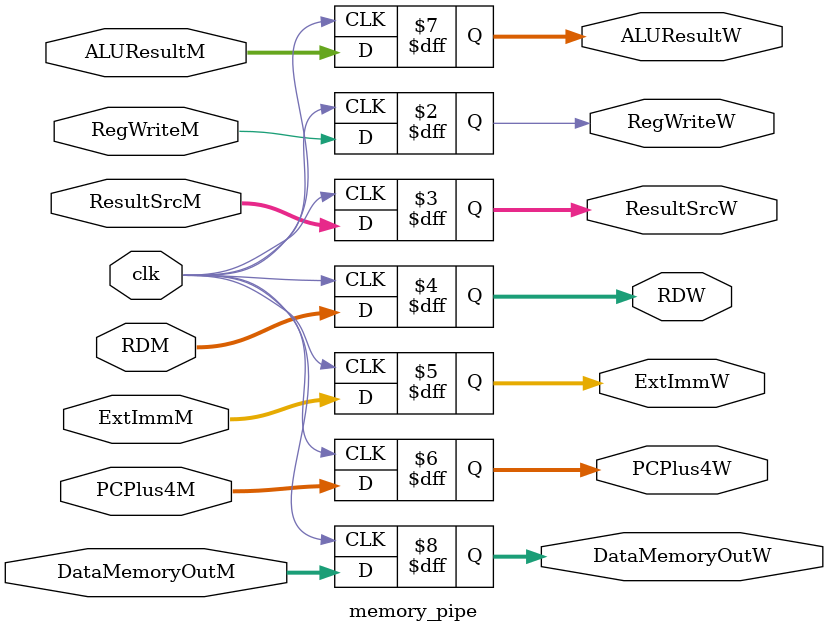
<source format=v>
module memory_pipe(input [31:0] PCPlus4M, ALUResultM,
							input [4:0] RDM,
							input [31:0] ExtImmM, DataMemoryOutM, 
		          			input clk, RegWriteM,
		          			input [1:0] ResultSrcM,
		         			output reg RegWriteW,
		          			output reg[1:0] ResultSrcW,
		          			output reg[4:0] RDW,
							output reg[31:0] ExtImmW, PCPlus4W, ALUResultW, DataMemoryOutW);

	always@(posedge clk)begin
		RDW = RDM;
		ExtImmW = ExtImmM;
		PCPlus4W = PCPlus4M;
		ALUResultW = ALUResultM;
		DataMemoryOutW = DataMemoryOutM;
		RegWriteW = RegWriteM;
		ResultSrcW = ResultSrcM;
	end

endmodule

</source>
